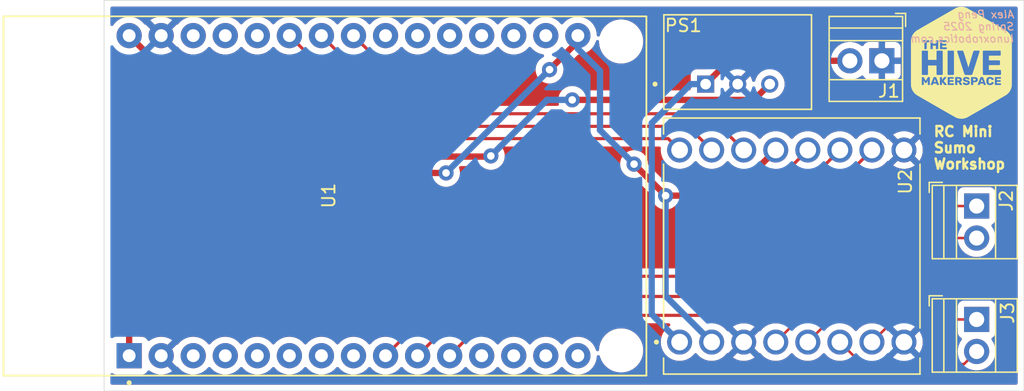
<source format=kicad_pcb>
(kicad_pcb (version 20240108) (generator "pcbnew") (generator_version "8.0")
  (layers (0 "F.Cu" signal) (31 "B.Cu" signal) (34 "B.Paste" user) (35 "F.Paste" user) (36 "B.SilkS" user "B.Silkscreen") (37 "F.SilkS" user "F.Silkscreen") (38 "B.Mask" user) (39 "F.Mask" user) (44 "Edge.Cuts" user))
  (net 0 "")
  (net 1 "GND")
  (net 2 "Net-(J2-Pin_1)")
  (net 3 "Net-(J2-Pin_2)")
  (net 4 "Net-(J3-Pin_2)")
  (net 5 "Net-(J3-Pin_1)")
  (net 6 "+12V")
  (net 7 "+5V")
  (net 9 "BIn1")
  (net 11 "PWMB")
  (net 14 "PWMA")
  (net 19 "AIn1")
  (net 26 "BIn2")
  (net 30 "+3.3V")
  (net 33 "AIn2")
  (footprint "TerminalBlock:TerminalBlock_Xinya_XY308-2.54-2P_1x02_P2.54mm_Horizontal" (layer "F.Cu") (at 140.65 51.825 -90)
    (property "Reference" "J2" (at -0.425 -2.35 90) (layer "F.SilkS"))
    (property "Value" "MotorA")
    (pad "1" thru_hole rect (at 0 0 270) (size 2 2) (drill 1.2) (layers "*.Cu" "*.Mask") (net 2 "Net-(J2-Pin_1)"))
    (pad "2" thru_hole circle (at 2.54 0 270) (size 2 2) (drill 1.2) (layers "*.Cu" "*.Mask") (net 3 "Net-(J2-Pin_2)"))
  )
  (footprint "Library:MODULE_ESP32_DEVKIT_V1" (layer "F.Cu") (at 89 51 90)
    (property "Reference" "U1" (at 0 0.3 90) (layer "F.SilkS"))
    (property "Value" "ESP32-DEVKIT-V1")
    (pad "" np_thru_hole circle (at -12.28 -23.475 90) (size 3 3) (drill 3) (layers "*.Cu" "*.Mask"))
    (pad "" np_thru_hole circle (at -12.28 23.475 90) (size 3 3) (drill 3) (layers "*.Cu" "*.Mask"))
    (pad "" np_thru_hole circle (at 12.23 -23.475 90) (size 3 3) (drill 3) (layers "*.Cu" "*.Mask"))
    (pad "" np_thru_hole circle (at 12.23 23.475 90) (size 3 3) (drill 3) (layers "*.Cu" "*.Mask"))
    (pad "1" thru_hole rect (at -12.7 -15.515 90) (size 2 2) (drill 1.02) (layers "*.Cu" "*.Mask") (net 30 "+3.3V"))
    (pad "2" thru_hole circle (at -12.7 -12.975 90) (size 2 2) (drill 1.02) (layers "*.Cu" "*.Mask") (net 1 "GND"))
    (pad "3" thru_hole circle (at -12.7 -10.435 90) (size 2 2) (drill 1.02) (layers "*.Cu" "*.Mask"))
    (pad "4" thru_hole circle (at -12.7 -7.895 90) (size 2 2) (drill 1.02) (layers "*.Cu" "*.Mask"))
    (pad "5" thru_hole circle (at -12.7 -5.355 90) (size 2 2) (drill 1.02) (layers "*.Cu" "*.Mask"))
    (pad "6" thru_hole circle (at -12.7 -2.815 90) (size 2 2) (drill 1.02) (layers "*.Cu" "*.Mask"))
    (pad "7" thru_hole circle (at -12.7 -0.275 90) (size 2 2) (drill 1.02) (layers "*.Cu" "*.Mask"))
    (pad "8" thru_hole circle (at -12.7 2.265 90) (size 2 2) (drill 1.02) (layers "*.Cu" "*.Mask"))
    (pad "9" thru_hole circle (at -12.7 4.805 90) (size 2 2) (drill 1.02) (layers "*.Cu" "*.Mask") (net 9 "BIn1"))
    (pad "10" thru_hole circle (at -12.7 7.345 90) (size 2 2) (drill 1.02) (layers "*.Cu" "*.Mask") (net 26 "BIn2"))
    (pad "11" thru_hole circle (at -12.7 9.885 90) (size 2 2) (drill 1.02) (layers "*.Cu" "*.Mask") (net 11 "PWMB"))
    (pad "12" thru_hole circle (at -12.7 12.425 90) (size 2 2) (drill 1.02) (layers "*.Cu" "*.Mask"))
    (pad "13" thru_hole circle (at -12.7 14.965 90) (size 2 2) (drill 1.02) (layers "*.Cu" "*.Mask"))
    (pad "14" thru_hole circle (at -12.7 17.505 90) (size 2 2) (drill 1.02) (layers "*.Cu" "*.Mask"))
    (pad "15" thru_hole circle (at -12.7 20.045 90) (size 2 2) (drill 1.02) (layers "*.Cu" "*.Mask"))
    (pad "16" thru_hole circle (at 12.7 20.045 90) (size 2 2) (drill 1.02) (layers "*.Cu" "*.Mask") (net 30 "+3.3V"))
    (pad "17" thru_hole circle (at 12.7 17.505 90) (size 2 2) (drill 1.02) (layers "*.Cu" "*.Mask"))
    (pad "18" thru_hole circle (at 12.7 14.965 90) (size 2 2) (drill 1.02) (layers "*.Cu" "*.Mask"))
    (pad "19" thru_hole circle (at 12.7 12.425 90) (size 2 2) (drill 1.02) (layers "*.Cu" "*.Mask"))
    (pad "20" thru_hole circle (at 12.7 9.885 90) (size 2 2) (drill 1.02) (layers "*.Cu" "*.Mask"))
    (pad "21" thru_hole circle (at 12.7 7.345 90) (size 2 2) (drill 1.02) (layers "*.Cu" "*.Mask"))
    (pad "22" thru_hole circle (at 12.7 4.805 90) (size 2 2) (drill 1.02) (layers "*.Cu" "*.Mask"))
    (pad "23" thru_hole circle (at 12.7 2.265 90) (size 2 2) (drill 1.02) (layers "*.Cu" "*.Mask") (net 19 "AIn1"))
    (pad "24" thru_hole circle (at 12.7 -0.275 90) (size 2 2) (drill 1.02) (layers "*.Cu" "*.Mask") (net 33 "AIn2"))
    (pad "25" thru_hole circle (at 12.7 -2.815 90) (size 2 2) (drill 1.02) (layers "*.Cu" "*.Mask") (net 14 "PWMA"))
    (pad "26" thru_hole circle (at 12.7 -5.355 90) (size 2 2) (drill 1.02) (layers "*.Cu" "*.Mask"))
    (pad "27" thru_hole circle (at 12.7 -7.895 90) (size 2 2) (drill 1.02) (layers "*.Cu" "*.Mask"))
    (pad "28" thru_hole circle (at 12.7 -10.435 90) (size 2 2) (drill 1.02) (layers "*.Cu" "*.Mask"))
    (pad "29" thru_hole circle (at 12.7 -12.975 90) (size 2 2) (drill 1.02) (layers "*.Cu" "*.Mask") (net 1 "GND"))
    (pad "30" thru_hole circle (at 12.7 -15.515 90) (size 2 2) (drill 1.02) (layers "*.Cu" "*.Mask") (net 7 "+5V"))
  )
  (footprint "TSR_1-2433:CONV_TSR_1-2433" (layer "F.Cu") (at 121.7125 40.4)
    (property "Reference" "PS1" (at -4.3125 -2.9 0) (layer "F.SilkS"))
    (property "Value" "TSR_1-2450")
    (pad "1" thru_hole rect (at -2.54 1.75) (size 1.358 1.358) (drill 0.85) (layers "*.Cu" "*.Mask") (net 6 "+12V"))
    (pad "2" thru_hole circle (at 0 1.75) (size 1.358 1.358) (drill 0.85) (layers "*.Cu" "*.Mask") (net 1 "GND"))
    (pad "3" thru_hole circle (at 2.54 1.75) (size 1.358 1.358) (drill 0.85) (layers "*.Cu" "*.Mask") (net 7 "+5V"))
  )
  (footprint "TerminalBlock:TerminalBlock_Xinya_XY308-2.54-2P_1x02_P2.54mm_Horizontal" (layer "F.Cu") (at 140.65 60.825 -90)
    (property "Reference" "J3" (at -0.525 -2.45 90) (layer "F.SilkS"))
    (property "Value" "MotorB")
    (pad "1" thru_hole rect (at 0 0 270) (size 2 2) (drill 1.2) (layers "*.Cu" "*.Mask") (net 5 "Net-(J3-Pin_1)"))
    (pad "2" thru_hole circle (at 2.54 0 270) (size 2 2) (drill 1.2) (layers "*.Cu" "*.Mask") (net 4 "Net-(J3-Pin_2)"))
  )
  (footprint "TerminalBlock:TerminalBlock_Xinya_XY308-2.54-2P_1x02_P2.54mm_Horizontal" (layer "F.Cu") (at 133.14 40.3 180)
    (property "Reference" "J1" (at -0.56 -2.4 180) (layer "F.SilkS"))
    (property "Value" "Battery")
    (pad "1" thru_hole rect (at 0 0 180) (size 2 2) (drill 1.2) (layers "*.Cu" "*.Mask") (net 1 "GND"))
    (pad "2" thru_hole circle (at 2.54 0 180) (size 2 2) (drill 1.2) (layers "*.Cu" "*.Mask") (net 6 "+12V"))
  )
  (footprint "LOGO" (layer "F.Cu") (at 139.44 40.46)
    (property "Reference" "G***" (hide yes))
    (property "Value" "LOGO" (hide yes))
  )
  (footprint "Library:MODULE_ROB-14450" (layer "F.Cu") (at 126 55 90)
    (property "Reference" "U2" (at 5.1 9 90) (layer "F.SilkS"))
    (property "Value" "ROB-14450")
    (pad "1" thru_hole circle (at -7.62 -8.89 90) (size 1.98 1.98) (drill 1.32) (layers "*.Cu" "*.Mask") (net 6 "+12V"))
    (pad "2" thru_hole circle (at -7.62 -6.35 90) (size 1.98 1.98) (drill 1.32) (layers "*.Cu" "*.Mask") (net 30 "+3.3V"))
    (pad "3" thru_hole circle (at -7.62 -3.81 90) (size 1.98 1.98) (drill 1.32) (layers "*.Cu" "*.Mask") (net 1 "GND"))
    (pad "4" thru_hole circle (at -7.62 -1.27 90) (size 1.98 1.98) (drill 1.32) (layers "*.Cu" "*.Mask") (net 2 "Net-(J2-Pin_1)"))
    (pad "5" thru_hole circle (at -7.62 1.27 90) (size 1.98 1.98) (drill 1.32) (layers "*.Cu" "*.Mask") (net 3 "Net-(J2-Pin_2)"))
    (pad "6" thru_hole circle (at -7.62 3.81 90) (size 1.98 1.98) (drill 1.32) (layers "*.Cu" "*.Mask") (net 4 "Net-(J3-Pin_2)"))
    (pad "7" thru_hole circle (at -7.62 6.35 90) (size 1.98 1.98) (drill 1.32) (layers "*.Cu" "*.Mask") (net 5 "Net-(J3-Pin_1)"))
    (pad "8" thru_hole circle (at -7.62 8.89 90) (size 1.98 1.98) (drill 1.32) (layers "*.Cu" "*.Mask") (net 1 "GND"))
    (pad "9" thru_hole circle (at 7.62 8.89 90) (size 1.98 1.98) (drill 1.32) (layers "*.Cu" "*.Mask") (net 1 "GND"))
    (pad "10" thru_hole circle (at 7.62 6.35 90) (size 1.98 1.98) (drill 1.32) (layers "*.Cu" "*.Mask") (net 11 "PWMB"))
    (pad "11" thru_hole circle (at 7.62 3.81 90) (size 1.98 1.98) (drill 1.32) (layers "*.Cu" "*.Mask") (net 26 "BIn2"))
    (pad "12" thru_hole circle (at 7.62 1.27 90) (size 1.98 1.98) (drill 1.32) (layers "*.Cu" "*.Mask") (net 9 "BIn1"))
    (pad "13" thru_hole circle (at 7.62 -1.27 90) (size 1.98 1.98) (drill 1.32) (layers "*.Cu" "*.Mask") (net 30 "+3.3V"))
    (pad "14" thru_hole circle (at 7.62 -3.81 90) (size 1.98 1.98) (drill 1.32) (layers "*.Cu" "*.Mask") (net 19 "AIn1"))
    (pad "15" thru_hole circle (at 7.62 -6.35 90) (size 1.98 1.98) (drill 1.32) (layers "*.Cu" "*.Mask") (net 33 "AIn2"))
    (pad "16" thru_hole circle (at 7.62 -8.89 90) (size 1.98 1.98) (drill 1.32) (layers "*.Cu" "*.Mask") (net 14 "PWMA"))
  )
  (gr_rect (start 71.5 35.5) (end 144.4 66.5) (stroke (width 0.05)) (fill none) (layer "Edge.Cuts"))
  (gr_text "Alex Peng\nSpring 2025\nlunoxrobotics.com\n" (at 143.7 38.9 0) (layer "B.SilkS") (effects (font (size 0.6 0.6) (thickness 0.1) (italic yes)) (justify left bottom mirror)))
  (gr_text "RC Mini \nSumo\nWorkshop" (at 137.15 48.96 0) (layer "F.SilkS") (effects (font (size 0.8 0.8) (thickness 0.2) (bold yes)) (justify left bottom)))
  (segment (start 124.73 62.62) (end 135.525 51.825) (width 0.2) (layer "F.Cu") (net 2))
  (segment (start 135.525 51.825) (end 140.65 51.825) (width 0.2) (layer "F.Cu") (net 2))
  (segment (start 135.525 54.365) (end 140.65 54.365) (width 0.2) (layer "F.Cu") (net 3))
  (segment (start 127.27 62.62) (end 135.525 54.365) (width 0.2) (layer "F.Cu") (net 3))
  (segment (start 139.65 64.365) (end 140.65 63.365) (width 0.2) (layer "F.Cu") (net 4))
  (segment (start 131.555 64.365) (end 139.65 64.365) (width 0.2) (layer "F.Cu") (net 4))
  (segment (start 129.81 62.62) (end 131.555 64.365) (width 0.2) (layer "F.Cu") (net 4))
  (segment (start 134.145 60.825) (end 140.65 60.825) (width 0.2) (layer "F.Cu") (net 5))
  (segment (start 132.35 62.62) (end 134.145 60.825) (width 0.2) (layer "F.Cu") (net 5))
  (segment (start 119.1725 42.15) (end 121.0225 40.3) (width 0.5) (layer "F.Cu") (net 6))
  (segment (start 121.0225 40.3) (end 130.6 40.3) (width 0.5) (layer "F.Cu") (net 6))
  (segment (start 119.1725 42.15) (end 117.9935 42.15) (width 0.5) (layer "B.Cu") (net 6))
  (segment (start 117.9935 42.15) (end 114.9 45.2435) (width 0.5) (layer "B.Cu") (net 6))
  (segment (start 114.9 45.2435) (end 114.9 60.41) (width 0.5) (layer "B.Cu") (net 6))
  (segment (start 114.9 60.41) (end 117.11 62.62) (width 0.5) (layer "B.Cu") (net 6))
  (segment (start 102.15 47.85) (end 102.1 47.9) (width 0.5) (layer "F.Cu") (net 7))
  (segment (start 123.0025 43.4) (end 124.2525 42.15) (width 0.5) (layer "F.Cu") (net 7))
  (segment (start 102.1 47.9) (end 83.085 47.9) (width 0.5) (layer "F.Cu") (net 7))
  (segment (start 108.6 43.4) (end 123.0025 43.4) (width 0.5) (layer "F.Cu") (net 7))
  (segment (start 83.085 47.9) (end 73.485 38.3) (width 0.5) (layer "F.Cu") (net 7))
  (via (at 102.15 47.85) (size 1.2) (drill 0.6) (layers "F.Cu" "B.Cu") (net 7))
  (via (at 108.6 43.4) (size 1.2) (drill 0.6) (layers "F.Cu" "B.Cu") (net 7))
  (segment (start 106.6 43.4) (end 108.6 43.4) (width 0.5) (layer "B.Cu") (net 7))
  (segment (start 102.15 47.85) (end 106.6 43.4) (width 0.5) (layer "B.Cu") (net 7))
  (segment (start 100.105 57.4) (end 93.805 63.7) (width 0.25) (layer "F.Cu") (net 9))
  (segment (start 127.27 47.38) (end 117.25 57.4) (width 0.25) (layer "F.Cu") (net 9))
  (segment (start 117.25 57.4) (end 100.105 57.4) (width 0.25) (layer "F.Cu") (net 9))
  (segment (start 102.085 60.5) (end 98.885 63.7) (width 0.25) (layer "F.Cu") (net 11))
  (segment (start 119.23 60.5) (end 102.085 60.5) (width 0.25) (layer "F.Cu") (net 11))
  (segment (start 132.35 47.38) (end 119.23 60.5) (width 0.25) (layer "F.Cu") (net 11))
  (segment (start 117.11 47.38) (end 116.205 46.475) (width 0.25) (layer "F.Cu") (net 14))
  (segment (start 94.36 46.475) (end 86.185 38.3) (width 0.25) (layer "F.Cu") (net 14))
  (segment (start 116.205 46.475) (end 94.36 46.475) (width 0.25) (layer "F.Cu") (net 14))
  (segment (start 122.19 47.38) (end 119.31 44.5) (width 0.25) (layer "F.Cu") (net 19))
  (segment (start 97.465 44.5) (end 91.265 38.3) (width 0.25) (layer "F.Cu") (net 19))
  (segment (start 119.31 44.5) (end 97.465 44.5) (width 0.25) (layer "F.Cu") (net 19))
  (segment (start 118.19 59) (end 101.045 59) (width 0.25) (layer "F.Cu") (net 26))
  (segment (start 101.045 59) (end 96.345 63.7) (width 0.25) (layer "F.Cu") (net 26))
  (segment (start 129.81 47.38) (end 118.19 59) (width 0.25) (layer "F.Cu") (net 26))
  (segment (start 98.6 49.2) (end 83.4 49.2) (width 0.5) (layer "F.Cu") (net 30))
  (segment (start 116 51) (end 121.11 51) (width 0.5) (layer "F.Cu") (net 30))
  (segment (start 106.8 41) (end 109.045 38.755) (width 0.5) (layer "F.Cu") (net 30))
  (segment (start 73.485 59.115) (end 73.485 63.7) (width 0.5) (layer "F.Cu") (net 30))
  (segment (start 83.4 49.2) (end 73.485 59.115) (width 0.5) (layer "F.Cu") (net 30))
  (segment (start 116 51) (end 113.5 48.5) (width 0.5) (layer "F.Cu") (net 30))
  (segment (start 109.045 38.755) (end 109.045 38.3) (width 0.5) (layer "F.Cu") (net 30))
  (segment (start 121.11 51) (end 124.73 47.38) (width 0.5) (layer "F.Cu") (net 30))
  (via (at 98.6 49.2) (size 1.2) (drill 0.6) (layers "F.Cu" "B.Cu") (net 30))
  (via (at 116 51) (size 1.2) (drill 0.6) (layers "F.Cu" "B.Cu") (net 30))
  (via (at 106.8 41) (size 1.2) (drill 0.6) (layers "F.Cu" "B.Cu") (net 30))
  (via (at 113.5 48.5) (size 1.2) (drill 0.6) (layers "F.Cu" "B.Cu") (net 30))
  (segment (start 106.8 41) (end 98.6 49.2) (width 0.5) (layer "B.Cu") (net 30))
  (segment (start 110.8 45.8) (end 110.8 41.1) (width 0.5) (layer "B.Cu") (net 30))
  (segment (start 116 58.97) (end 116 51) (width 0.5) (layer "B.Cu") (net 30))
  (segment (start 119.65 62.62) (end 116 58.97) (width 0.5) (layer "B.Cu") (net 30))
  (segment (start 109.045 39.345) (end 109.045 38.3) (width 0.5) (layer "B.Cu") (net 30))
  (segment (start 110.8 41.1) (end 109.045 39.345) (width 0.5) (layer "B.Cu") (net 30))
  (segment (start 113.5 48.5) (end 110.8 45.8) (width 0.5) (layer "B.Cu") (net 30))
  (segment (start 117.77 45.5) (end 95.925 45.5) (width 0.25) (layer "F.Cu") (net 33))
  (segment (start 119.65 47.38) (end 117.77 45.5) (width 0.25) (layer "F.Cu") (net 33))
  (segment (start 95.925 45.5) (end 88.725 38.3) (width 0.25) (layer "F.Cu") (net 33))
  (zone (net 1) (net_name "GND") (layers "F&B.Cu") (connect_pads (clearance 0.5)) (min_thickness 0.25) (fill yes (thermal_gap 0.5) (thermal_bridge_width 0.5))
    (polygon (pts (xy 71.5 35.5) (xy 144.4 35.5) (xy 144.4 66.5) (xy 71.5 66.5)))
  )
)
</source>
